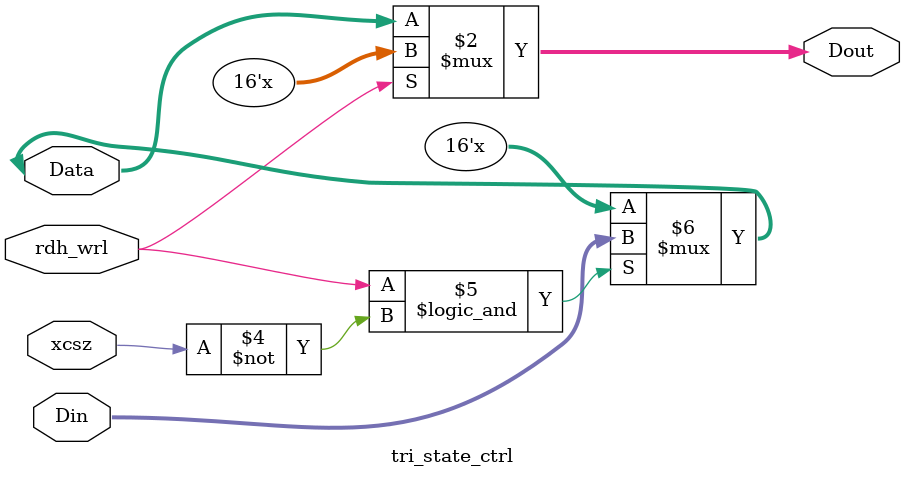
<source format=v>
module tri_state_ctrl
(
  Data,Din,rdh_wrl,Dout,xcsz
);
inout [15:0] Data;
input [15:0] Din;
input xcsz;
input rdh_wrl;
output [15:0]Dout;

assign Dout=(!rdh_wrl)?Data:16'hzzzz;
assign Data=((rdh_wrl==1)&&(xcsz==0))?Din:16'hzzzz;


endmodule
</source>
